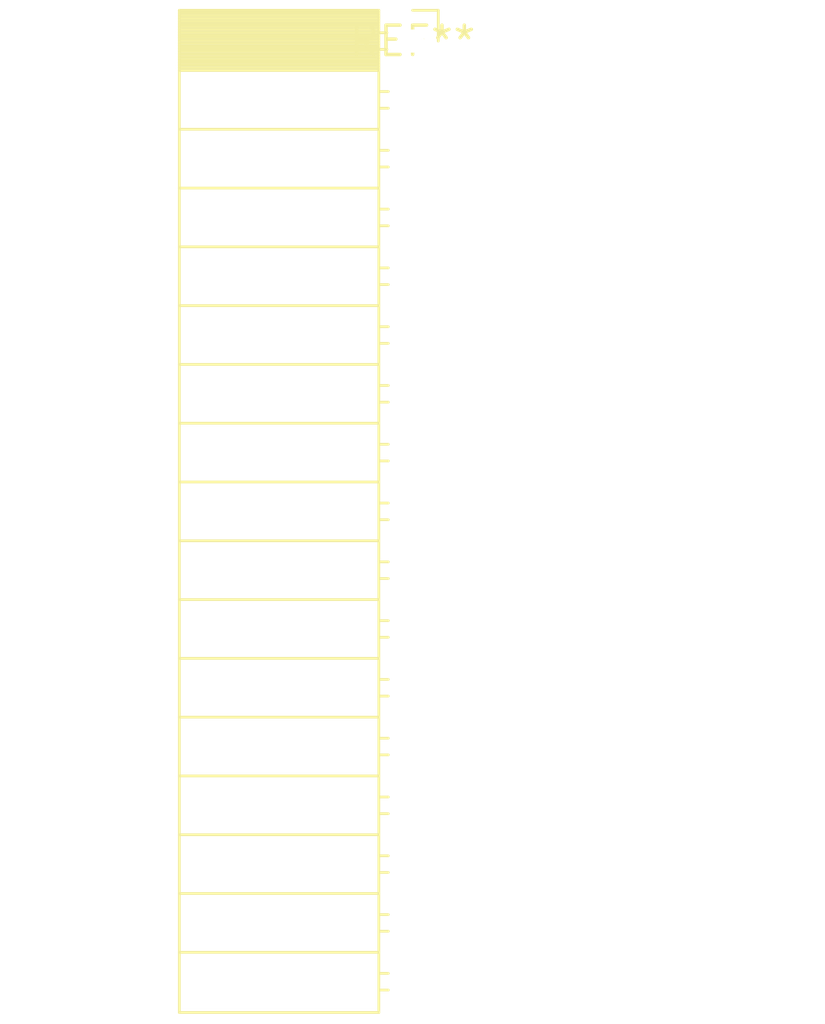
<source format=kicad_pcb>
(kicad_pcb (version 20240108) (generator pcbnew)
  (layers (0 "F.Cu" signal) (31 "B.Cu" signal) (34 "B.Paste" user) (35 "F.Paste" user) (36 "B.SilkS" user "B.Silkscreen") (37 "F.SilkS" user "F.Silkscreen") (38 "B.Mask" user) (39 "F.Mask" user) (44 "Edge.Cuts" user))
  (net 0 "")
  (footprint "PinSocket_1x17_P2.54mm_Horizontal" (layer "F.Cu") (at 0 0)
    (property "Reference" "REF**")
    (property "Value" "PinSocket_1x17_P2.54mm_Horizontal")
    (fp_line (start -10.09 -1.33) (end -10.09 41.97) (layer "F.SilkS") (stroke (width 0.12)))
    (fp_line (start -10.09 -1.33) (end -1.46 -1.33) (layer "F.SilkS") (stroke (width 0.12)))
    (fp_line (start -10.09 -1.21) (end -1.46 -1.21) (layer "F.SilkS") (stroke (width 0.12)))
    (fp_line (start -10.09 -1.091905) (end -1.46 -1.091905) (layer "F.SilkS") (stroke (width 0.12)))
    (fp_line (start -10.09 -0.97381) (end -1.46 -0.97381) (layer "F.SilkS") (stroke (width 0.12)))
    (fp_line (start -10.09 -0.855715) (end -1.46 -0.855715) (layer "F.SilkS") (stroke (width 0.12)))
    (fp_line (start -10.09 -0.73762) (end -1.46 -0.73762) (layer "F.SilkS") (stroke (width 0.12)))
    (fp_line (start -10.09 -0.619525) (end -1.46 -0.619525) (layer "F.SilkS") (stroke (width 0.12)))
    (fp_line (start -10.09 -0.50143) (end -1.46 -0.50143) (layer "F.SilkS") (stroke (width 0.12)))
    (fp_line (start -10.09 -0.383335) (end -1.46 -0.383335) (layer "F.SilkS") (stroke (width 0.12)))
    (fp_line (start -10.09 -0.26524) (end -1.46 -0.26524) (layer "F.SilkS") (stroke (width 0.12)))
    (fp_line (start -10.09 -0.147145) (end -1.46 -0.147145) (layer "F.SilkS") (stroke (width 0.12)))
    (fp_line (start -10.09 -0.02905) (end -1.46 -0.02905) (layer "F.SilkS") (stroke (width 0.12)))
    (fp_line (start -10.09 0.089045) (end -1.46 0.089045) (layer "F.SilkS") (stroke (width 0.12)))
    (fp_line (start -10.09 0.20714) (end -1.46 0.20714) (layer "F.SilkS") (stroke (width 0.12)))
    (fp_line (start -10.09 0.325235) (end -1.46 0.325235) (layer "F.SilkS") (stroke (width 0.12)))
    (fp_line (start -10.09 0.44333) (end -1.46 0.44333) (layer "F.SilkS") (stroke (width 0.12)))
    (fp_line (start -10.09 0.561425) (end -1.46 0.561425) (layer "F.SilkS") (stroke (width 0.12)))
    (fp_line (start -10.09 0.67952) (end -1.46 0.67952) (layer "F.SilkS") (stroke (width 0.12)))
    (fp_line (start -10.09 0.797615) (end -1.46 0.797615) (layer "F.SilkS") (stroke (width 0.12)))
    (fp_line (start -10.09 0.91571) (end -1.46 0.91571) (layer "F.SilkS") (stroke (width 0.12)))
    (fp_line (start -10.09 1.033805) (end -1.46 1.033805) (layer "F.SilkS") (stroke (width 0.12)))
    (fp_line (start -10.09 1.1519) (end -1.46 1.1519) (layer "F.SilkS") (stroke (width 0.12)))
    (fp_line (start -10.09 1.27) (end -1.46 1.27) (layer "F.SilkS") (stroke (width 0.12)))
    (fp_line (start -10.09 3.81) (end -1.46 3.81) (layer "F.SilkS") (stroke (width 0.12)))
    (fp_line (start -10.09 6.35) (end -1.46 6.35) (layer "F.SilkS") (stroke (width 0.12)))
    (fp_line (start -10.09 8.89) (end -1.46 8.89) (layer "F.SilkS") (stroke (width 0.12)))
    (fp_line (start -10.09 11.43) (end -1.46 11.43) (layer "F.SilkS") (stroke (width 0.12)))
    (fp_line (start -10.09 13.97) (end -1.46 13.97) (layer "F.SilkS") (stroke (width 0.12)))
    (fp_line (start -10.09 16.51) (end -1.46 16.51) (layer "F.SilkS") (stroke (width 0.12)))
    (fp_line (start -10.09 19.05) (end -1.46 19.05) (layer "F.SilkS") (stroke (width 0.12)))
    (fp_line (start -10.09 21.59) (end -1.46 21.59) (layer "F.SilkS") (stroke (width 0.12)))
    (fp_line (start -10.09 24.13) (end -1.46 24.13) (layer "F.SilkS") (stroke (width 0.12)))
    (fp_line (start -10.09 26.67) (end -1.46 26.67) (layer "F.SilkS") (stroke (width 0.12)))
    (fp_line (start -10.09 29.21) (end -1.46 29.21) (layer "F.SilkS") (stroke (width 0.12)))
    (fp_line (start -10.09 31.75) (end -1.46 31.75) (layer "F.SilkS") (stroke (width 0.12)))
    (fp_line (start -10.09 34.29) (end -1.46 34.29) (layer "F.SilkS") (stroke (width 0.12)))
    (fp_line (start -10.09 36.83) (end -1.46 36.83) (layer "F.SilkS") (stroke (width 0.12)))
    (fp_line (start -10.09 39.37) (end -1.46 39.37) (layer "F.SilkS") (stroke (width 0.12)))
    (fp_line (start -10.09 41.97) (end -1.46 41.97) (layer "F.SilkS") (stroke (width 0.12)))
    (fp_line (start -1.46 -1.33) (end -1.46 41.97) (layer "F.SilkS") (stroke (width 0.12)))
    (fp_line (start -1.46 -0.36) (end -1.11 -0.36) (layer "F.SilkS") (stroke (width 0.12)))
    (fp_line (start -1.46 0.36) (end -1.11 0.36) (layer "F.SilkS") (stroke (width 0.12)))
    (fp_line (start -1.46 2.18) (end -1.05 2.18) (layer "F.SilkS") (stroke (width 0.12)))
    (fp_line (start -1.46 2.9) (end -1.05 2.9) (layer "F.SilkS") (stroke (width 0.12)))
    (fp_line (start -1.46 4.72) (end -1.05 4.72) (layer "F.SilkS") (stroke (width 0.12)))
    (fp_line (start -1.46 5.44) (end -1.05 5.44) (layer "F.SilkS") (stroke (width 0.12)))
    (fp_line (start -1.46 7.26) (end -1.05 7.26) (layer "F.SilkS") (stroke (width 0.12)))
    (fp_line (start -1.46 7.98) (end -1.05 7.98) (layer "F.SilkS") (stroke (width 0.12)))
    (fp_line (start -1.46 9.8) (end -1.05 9.8) (layer "F.SilkS") (stroke (width 0.12)))
    (fp_line (start -1.46 10.52) (end -1.05 10.52) (layer "F.SilkS") (stroke (width 0.12)))
    (fp_line (start -1.46 12.34) (end -1.05 12.34) (layer "F.SilkS") (stroke (width 0.12)))
    (fp_line (start -1.46 13.06) (end -1.05 13.06) (layer "F.SilkS") (stroke (width 0.12)))
    (fp_line (start -1.46 14.88) (end -1.05 14.88) (layer "F.SilkS") (stroke (width 0.12)))
    (fp_line (start -1.46 15.6) (end -1.05 15.6) (layer "F.SilkS") (stroke (width 0.12)))
    (fp_line (start -1.46 17.42) (end -1.05 17.42) (layer "F.SilkS") (stroke (width 0.12)))
    (fp_line (start -1.46 18.14) (end -1.05 18.14) (layer "F.SilkS") (stroke (width 0.12)))
    (fp_line (start -1.46 19.96) (end -1.05 19.96) (layer "F.SilkS") (stroke (width 0.12)))
    (fp_line (start -1.46 20.68) (end -1.05 20.68) (layer "F.SilkS") (stroke (width 0.12)))
    (fp_line (start -1.46 22.5) (end -1.05 22.5) (layer "F.SilkS") (stroke (width 0.12)))
    (fp_line (start -1.46 23.22) (end -1.05 23.22) (layer "F.SilkS") (stroke (width 0.12)))
    (fp_line (start -1.46 25.04) (end -1.05 25.04) (layer "F.SilkS") (stroke (width 0.12)))
    (fp_line (start -1.46 25.76) (end -1.05 25.76) (layer "F.SilkS") (stroke (width 0.12)))
    (fp_line (start -1.46 27.58) (end -1.05 27.58) (layer "F.SilkS") (stroke (width 0.12)))
    (fp_line (start -1.46 28.3) (end -1.05 28.3) (layer "F.SilkS") (stroke (width 0.12)))
    (fp_line (start -1.46 30.12) (end -1.05 30.12) (layer "F.SilkS") (stroke (width 0.12)))
    (fp_line (start -1.46 30.84) (end -1.05 30.84) (layer "F.SilkS") (stroke (width 0.12)))
    (fp_line (start -1.46 32.66) (end -1.05 32.66) (layer "F.SilkS") (stroke (width 0.12)))
    (fp_line (start -1.46 33.38) (end -1.05 33.38) (layer "F.SilkS") (stroke (width 0.12)))
    (fp_line (start -1.46 35.2) (end -1.05 35.2) (layer "F.SilkS") (stroke (width 0.12)))
    (fp_line (start -1.46 35.92) (end -1.05 35.92) (layer "F.SilkS") (stroke (width 0.12)))
    (fp_line (start -1.46 37.74) (end -1.05 37.74) (layer "F.SilkS") (stroke (width 0.12)))
    (fp_line (start -1.46 38.46) (end -1.05 38.46) (layer "F.SilkS") (stroke (width 0.12)))
    (fp_line (start -1.46 40.28) (end -1.05 40.28) (layer "F.SilkS") (stroke (width 0.12)))
    (fp_line (start -1.46 41) (end -1.05 41) (layer "F.SilkS") (stroke (width 0.12)))
    (fp_line (start 0 -1.33) (end 1.11 -1.33) (layer "F.SilkS") (stroke (width 0.12)))
    (fp_line (start 1.11 -1.33) (end 1.11 0) (layer "F.SilkS") (stroke (width 0.12)))
    (pad "1" thru_hole rect (at 0 0) (size 1.7 1.7) (drill 1) (layers *.Cu *.Mask) (remove_unused_layers))
    (pad "2" thru_hole oval (at 0 2.54) (size 1.7 1.7) (drill 1) (layers *.Cu *.Mask) (remove_unused_layers))
    (pad "3" thru_hole oval (at 0 5.08) (size 1.7 1.7) (drill 1) (layers *.Cu *.Mask) (remove_unused_layers))
    (pad "4" thru_hole oval (at 0 7.62) (size 1.7 1.7) (drill 1) (layers *.Cu *.Mask) (remove_unused_layers))
    (pad "5" thru_hole oval (at 0 10.16) (size 1.7 1.7) (drill 1) (layers *.Cu *.Mask) (remove_unused_layers))
    (pad "6" thru_hole oval (at 0 12.7) (size 1.7 1.7) (drill 1) (layers *.Cu *.Mask) (remove_unused_layers))
    (pad "7" thru_hole oval (at 0 15.24) (size 1.7 1.7) (drill 1) (layers *.Cu *.Mask) (remove_unused_layers))
    (pad "8" thru_hole oval (at 0 17.78) (size 1.7 1.7) (drill 1) (layers *.Cu *.Mask) (remove_unused_layers))
    (pad "9" thru_hole oval (at 0 20.32) (size 1.7 1.7) (drill 1) (layers *.Cu *.Mask) (remove_unused_layers))
    (pad "10" thru_hole oval (at 0 22.86) (size 1.7 1.7) (drill 1) (layers *.Cu *.Mask) (remove_unused_layers))
    (pad "11" thru_hole oval (at 0 25.4) (size 1.7 1.7) (drill 1) (layers *.Cu *.Mask) (remove_unused_layers))
    (pad "12" thru_hole oval (at 0 27.94) (size 1.7 1.7) (drill 1) (layers *.Cu *.Mask) (remove_unused_layers))
    (pad "13" thru_hole oval (at 0 30.48) (size 1.7 1.7) (drill 1) (layers *.Cu *.Mask) (remove_unused_layers))
    (pad "14" thru_hole oval (at 0 33.02) (size 1.7 1.7) (drill 1) (layers *.Cu *.Mask) (remove_unused_layers))
    (pad "15" thru_hole oval (at 0 35.56) (size 1.7 1.7) (drill 1) (layers *.Cu *.Mask) (remove_unused_layers))
    (pad "16" thru_hole oval (at 0 38.1) (size 1.7 1.7) (drill 1) (layers *.Cu *.Mask) (remove_unused_layers))
    (pad "17" thru_hole oval (at 0 40.64) (size 1.7 1.7) (drill 1) (layers *.Cu *.Mask) (remove_unused_layers))
  )
)
</source>
